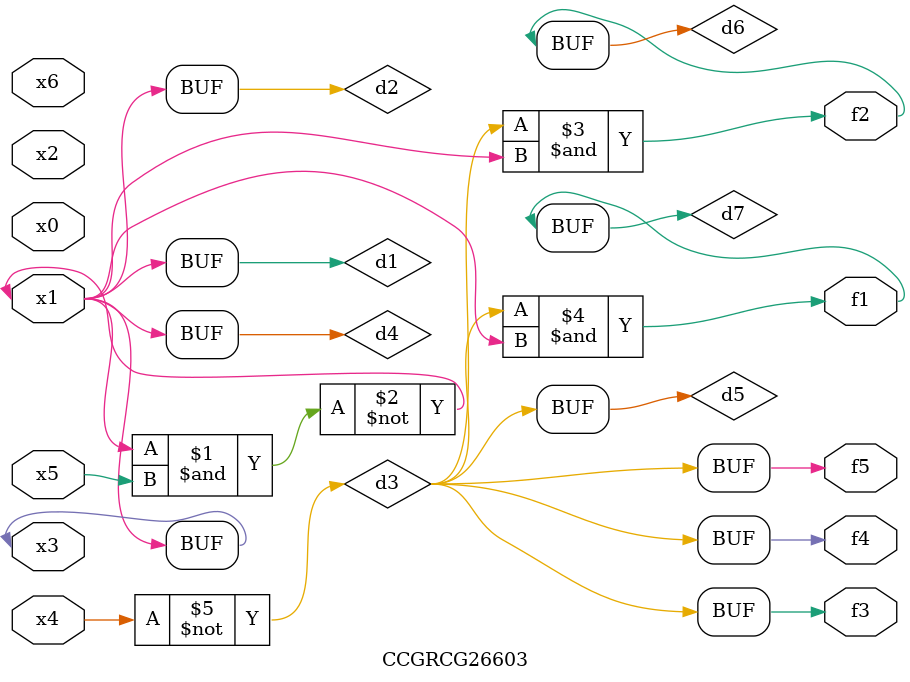
<source format=v>
module CCGRCG26603(
	input x0, x1, x2, x3, x4, x5, x6,
	output f1, f2, f3, f4, f5
);

	wire d1, d2, d3, d4, d5, d6, d7;

	buf (d1, x1, x3);
	nand (d2, x1, x5);
	not (d3, x4);
	buf (d4, d1, d2);
	buf (d5, d3);
	and (d6, d3, d4);
	and (d7, d3, d4);
	assign f1 = d7;
	assign f2 = d6;
	assign f3 = d5;
	assign f4 = d5;
	assign f5 = d5;
endmodule

</source>
